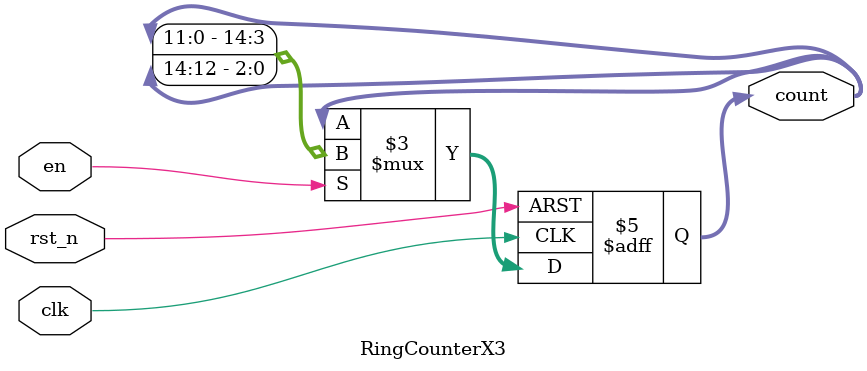
<source format=v>
`timescale 1ns / 1ps

module RingCounter(count,clk,rst_n, en);
        
    input clk, rst_n, en;
    output reg [14:0] count;
    
    // 1bit shift
    always @(posedge clk or negedge rst_n) begin
        if(!rst_n ) count <= 15'b100_0000_0000_0000;
        else if(en) count <= {count[13:0], count[14]};
    end
    
endmodule

module RingCounterX3(clk,rst_n, en, count);
	
	parameter Init = 14;
	
    input clk, rst_n, en;
    output reg [14:0] count;

    // 코드 작성
    always @(posedge clk or negedge rst_n) begin
        // Init만큼 shift
        // 3bit shift
        if(!rst_n) count <= 15'b000_0000_0000_0001 << Init;
        else if(en) count <= {count[11:0], count[14:12]};
    end
    
 
endmodule
</source>
